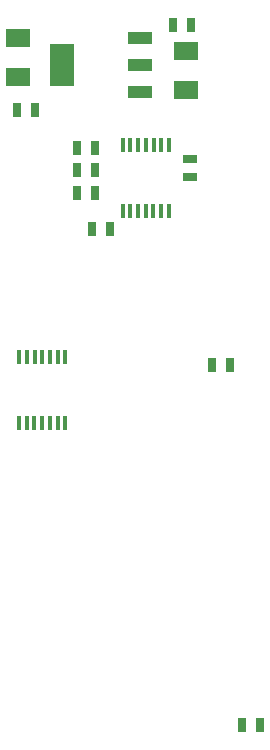
<source format=gbp>
%FSLAX46Y46*%
G04 Gerber Fmt 4.6, Leading zero omitted, Abs format (unit mm)*
G04 Created by KiCad (PCBNEW (2014-08-05 BZR 5054)-product) date sáb 13 sep 2014 12:17:28 COT*
%MOMM*%
G01*
G04 APERTURE LIST*
%ADD10C,0.100000*%
%ADD11R,2.032000X1.524000*%
%ADD12R,0.635000X1.143000*%
%ADD13R,2.032000X3.657600*%
%ADD14R,2.032000X1.016000*%
%ADD15R,1.143000X0.635000*%
%ADD16R,0.299720X1.300480*%
G04 APERTURE END LIST*
D10*
D11*
X132715000Y-88011000D03*
X132715000Y-84709000D03*
D12*
X134112000Y-90805000D03*
X132588000Y-90805000D03*
D11*
X146876900Y-89062000D03*
X146876900Y-85760000D03*
D12*
X145774400Y-83546200D03*
X147298400Y-83546200D03*
D13*
X136398000Y-86995000D03*
D14*
X143002000Y-86995000D03*
X143002000Y-89281000D03*
X143002000Y-84709000D03*
D12*
X140462000Y-100848300D03*
X138938000Y-100848300D03*
D15*
X147281600Y-94948000D03*
X147281600Y-96472000D03*
D16*
X145440400Y-99314000D03*
X144805400Y-99314000D03*
X144145000Y-99314000D03*
X143510000Y-99314000D03*
X142849600Y-99314000D03*
X142201900Y-99314000D03*
X141554200Y-99314000D03*
X141554200Y-93726000D03*
X142201900Y-93726000D03*
X142849600Y-93726000D03*
X143510000Y-93726000D03*
X144157700Y-93726000D03*
X144805400Y-93726000D03*
X145453100Y-93726000D03*
D12*
X149098000Y-112395000D03*
X150622000Y-112395000D03*
X139192000Y-93980000D03*
X137668000Y-93980000D03*
X137668000Y-97790000D03*
X139192000Y-97790000D03*
X137668000Y-95885000D03*
X139192000Y-95885000D03*
D16*
X132790600Y-111688500D03*
X133425600Y-111688500D03*
X134086000Y-111688500D03*
X134721000Y-111688500D03*
X135381400Y-111688500D03*
X136029100Y-111688500D03*
X136676800Y-111688500D03*
X136676800Y-117276500D03*
X136029100Y-117276500D03*
X135381400Y-117276500D03*
X134721000Y-117276500D03*
X134073300Y-117276500D03*
X133425600Y-117276500D03*
X132777900Y-117276500D03*
D12*
X153162000Y-142875000D03*
X151638000Y-142875000D03*
M02*

</source>
